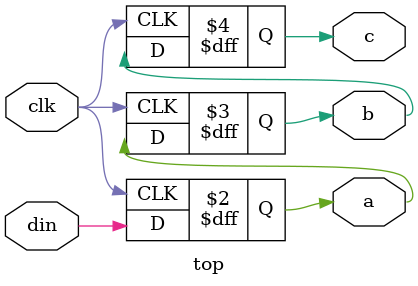
<source format=v>
module top(din, a, b, c, clk);
	input din;
	input clk;
	output reg a,b,c;

	always @(posedge clk)
	begin
		// a = din;
		// b = a;
		// c = b;
		a <= din;
		b <= a;
		c <= b;
	end
endmodule

</source>
